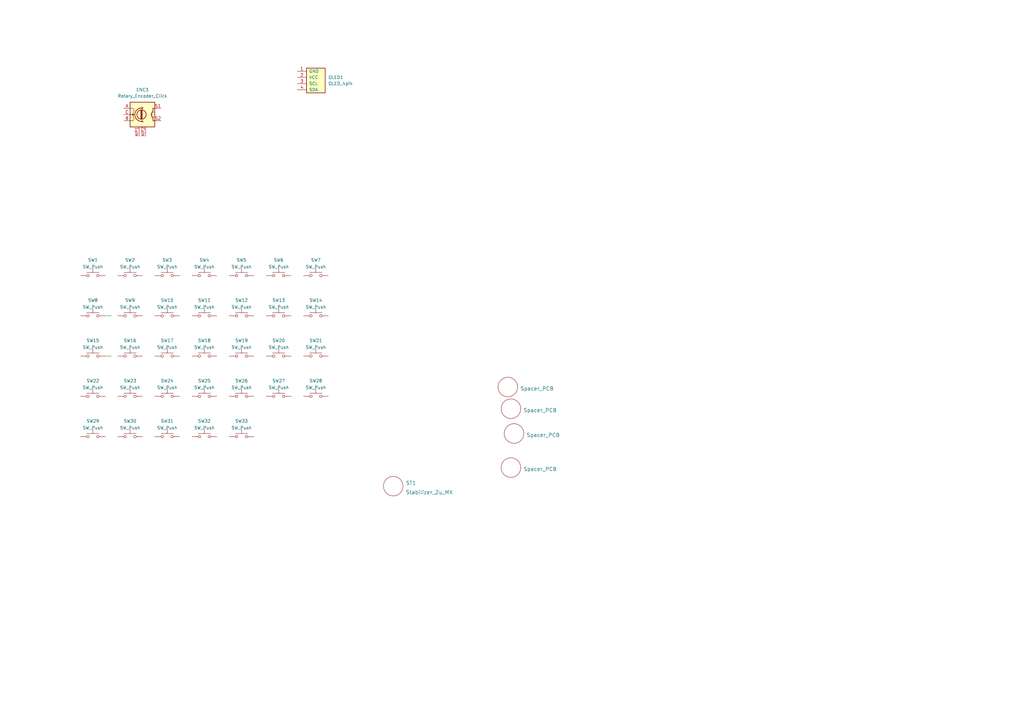
<source format=kicad_sch>
(kicad_sch (version 20230121) (generator eeschema)
  (paper "A3")
  (title_block (title "RefleXion X65 - Front Plate") (date "2024-02-09") (rev "v1.10") (company "Tweety's Wild Thinking") (comment 1 "Design: Markus Knutsson <markus.knutsson@tweety.se>") (comment 2 "Concept: Pedro Quaresma <pq@live.ie>") (comment 3 "https://github.com/TweetyDaBird") (comment 4 "Licensed under Creative Commons BY-SA 4.0 International"))
  (lib_symbols
    (symbol "Keyboard Common:OLED_4pin" (pin_names (offset 1.016))
      (property "Reference" "OLED" (at 0 5.08 0))
      (property "Value" "OLED_4pin" (at 0 -7.62 0))
      (symbol "OLED_4pin_1_1"
        (rectangle (start -1.27 3.81) (end 6.35 -6.35) (stroke (width 0.254)) (fill (type background)))
        (pin passive line (at -5.08 2.54 0) (length 3.81) (name "GND") (number "1"))
        (pin passive line (at -5.08 0 0) (length 3.81) (name "VCC") (number "2"))
        (pin passive line (at -5.08 -2.54 0) (length 3.81) (name "SCL") (number "3"))
        (pin passive line (at -5.08 -5.08 0) (length 3.81) (name "SDA") (number "4"))
      )
    )
    (symbol "Keyboard Switches:Rotary_Encoder_Click" (pin_names (offset 0.254) hide)
      (property "Reference" "ENC" (at 0 6.604 0))
      (property "Value" "Rotary_Encoder_Click" (at 0 8.89 0))
      (symbol "Rotary_Encoder_Click_0_1"
        (rectangle (start -5.08 5.08) (end 5.08 -5.08) (stroke (width 0.254)) (fill (type background)))
        (circle (center -3.81 0) (radius 0.254) (fill (type outline)))
        (circle (center -0.381 0) (radius 1.905) (stroke (width 0.254)))
        (arc (start -0.381 2.667) (mid -3.0988 -0.0635) (end -0.381 -2.794) (stroke (width 0.254)))
        (polyline (pts (xy -0.635 -1.778) (xy -0.635 1.778)) (stroke (width 0.254)))
        (polyline (pts (xy -0.381 -1.778) (xy -0.381 1.778)) (stroke (width 0.254)))
        (polyline (pts (xy -0.127 1.778) (xy -0.127 -1.778)) (stroke (width 0.254)))
        (polyline (pts (xy 3.81 0) (xy 3.429 0)) (stroke (width 0.254)))
        (polyline (pts (xy 3.81 1.016) (xy 3.81 -1.016)) (stroke (width 0.254)))
        (polyline (pts (xy -5.08 -2.54) (xy -3.81 -2.54) (xy -3.81 -2.032)))
        (polyline (pts (xy -5.08 2.54) (xy -3.81 2.54) (xy -3.81 2.032)))
        (polyline (pts (xy 0.254 -3.048) (xy -0.508 -2.794) (xy 0.127 -2.413)) (stroke (width 0.254)))
        (polyline (pts (xy 0.254 2.921) (xy -0.508 2.667) (xy 0.127 2.286)) (stroke (width 0.254)))
        (polyline (pts (xy 5.08 -2.54) (xy 4.318 -2.54) (xy 4.318 -1.016)) (stroke (width 0.254)))
        (polyline (pts (xy 5.08 2.54) (xy 4.318 2.54) (xy 4.318 1.016)) (stroke (width 0.254)))
        (polyline (pts (xy -5.08 0) (xy -3.81 0) (xy -3.81 -1.016) (xy -3.302 -2.032)))
        (polyline (pts (xy -4.318 0) (xy -3.81 0) (xy -3.81 1.016) (xy -3.302 2.032)))
        (circle (center 4.318 -1.016) (radius 0.127) (stroke (width 0.254)))
        (circle (center 4.318 1.016) (radius 0.127) (stroke (width 0.254)))
      )
      (symbol "Rotary_Encoder_Click_1_1"
        (pin passive line (at -7.62 2.54 0) (length 2.54) (name "A") (number "A"))
        (pin passive line (at -7.62 -2.54 0) (length 2.54) (name "B") (number "B"))
        (pin passive line (at -7.62 0 0) (length 2.54) (name "C") (number "C"))
        (pin power_in line (at -1.27 -8.89 90) (length 3.7084) (name "GND") (number "MP1"))
        (pin power_in line (at 1.27 -8.89 90) (length 3.7592) (name "GND") (number "MP2"))
        (pin passive line (at 7.62 2.54 180) (length 2.54) (name "S1") (number "S1"))
        (pin passive line (at 7.62 -2.54 180) (length 2.54) (name "S2") (number "S2"))
      )
    )
    (symbol "Keyboard Switches:SW_MX_HotSwap_Reversible" (pin_numbers hide) (pin_names (offset 1.016) hide)
      (property "Reference" "SW" (at 1.27 2.54 0))
      (property "Value" "SW_MX_HotSwap_Reversible" (at 0 -1.524 0))
      (symbol "SW_MX_HotSwap_Reversible_0_1"
        (circle (center -2.032 0) (radius 0.508))
        (polyline (pts (xy 0 1.27) (xy 0 3.048)))
        (polyline (pts (xy 2.54 1.27) (xy -2.54 1.27)))
        (circle (center 2.032 0) (radius 0.508))
        (pin passive line (at -5.08 0 0) (length 2.54) (name "1") (number "1"))
        (pin passive line (at 5.08 0 180) (length 2.54) (name "2") (number "2"))
      )
    )
    (symbol "Keyboard Switches:Stabilizer_2u_MX" (pin_names (offset 1.016))
      (property "Reference" "ST1" (at 0 -1.27 0))
      (property "Value" "Stabilizer_2u_MX" (at 0 1.27 0))
      (symbol "Stabilizer_2u_MX_0_1"
        (circle (center 0 0) (radius 4.0132))
      )
    )
    (symbol "Keyboard_Plate:Spacer_PCB" (pin_names (offset 1.016))
      (property "Value" "Spacer_PCB" (at 0 1.27 0))
      (symbol "Spacer_PCB_0_1"
        (circle (center 0 0) (radius 4.0132))
      )
    )
  )
  (wire (pts (xy 43.18 146.05) (xy 45.72 146.05)))
  (wire (pts (xy 43.18 129.54) (xy 45.72 129.54)))
  (symbol (lib_id "Keyboard Switches:SW_MX_HotSwap_Reversible") (at 83.82 162.56 0) (unit 1)
    (property "Reference" "SW25" (at 83.82 156.1805 0))
    (property "Value" "SW_Push" (at 83.82 158.9556 0))
    (property "Footprint" "Keyboard_Plate:SW_MX_Plate_Placeholder_nodrill" (effects hide))
  )
  (symbol (lib_id "Keyboard Common:OLED_4pin") (at 127 31.75 0) (unit 1)
    (property "Reference" "OLED1" (at 134.62 31.7499 0) (effects (justify left)))
    (property "Value" "OLED_4pin" (at 134.62 34.2899 0) (effects (justify left)))
    (property "Footprint" "Keyboard_Plate:OLED Placeholder" (effects hide))
  )
  (symbol (lib_id "Keyboard Switches:SW_MX_HotSwap_Reversible") (at 53.34 146.05 0) (unit 1)
    (property "Reference" "SW16" (at 53.34 139.6705 0))
    (property "Value" "SW_Push" (at 53.34 142.4456 0))
    (property "Footprint" "Keyboard_Plate:SW_MX_Plate_Placeholder_nodrill" (effects hide))
  )
  (symbol (lib_id "Keyboard Switches:Stabilizer_2u_MX") (at 161.29 199.39 0) (unit 1)
    (property "Reference" "ST1" (at 166.37 198.12 0) (effects (font (size 1.524 1.524)) (justify left)))
    (property "Value" "Stabilizer_2u_MX" (at 166.37 201.93 0) (effects (font (size 1.524 1.524)) (justify left)))
    (property "Footprint" "Keyboard_Plate:Stabilizer_Plate_2_to_1" (effects hide))
  )
  (symbol (lib_id "Keyboard Switches:SW_MX_HotSwap_Reversible") (at 68.58 162.56 0) (unit 1)
    (property "Reference" "SW24" (at 68.58 156.1805 0))
    (property "Value" "SW_Push" (at 68.58 158.9556 0))
    (property "Footprint" "Keyboard_Plate:SW_MX_Plate_Placeholder_nodrill" (effects hide))
  )
  (symbol (lib_id "Keyboard Switches:Rotary_Encoder_Click") (at 58.42 46.99 0) (unit 1)
    (property "Reference" "ENC3" (at 58.42 36.83 0))
    (property "Value" "Rotary_Encoder_Click" (at 58.42 39.37 0))
    (property "Footprint" "Keyboard Encoders:Encoder_Plate_Placeholder_nodrill" (effects hide))
  )
  (symbol (lib_id "Keyboard Switches:SW_MX_HotSwap_Reversible") (at 129.54 162.56 0) (unit 1)
    (property "Reference" "SW28" (at 129.54 156.1805 0))
    (property "Value" "SW_Push" (at 129.54 158.9556 0))
    (property "Footprint" "Keyboard_Plate:SW_MX_Plate_Placeholder_nodrill" (effects hide))
  )
  (symbol (lib_id "Keyboard Switches:SW_MX_HotSwap_Reversible") (at 114.3 146.05 0) (unit 1)
    (property "Reference" "SW20" (at 114.3 139.6705 0))
    (property "Value" "SW_Push" (at 114.3 142.4456 0))
    (property "Footprint" "Keyboard_Plate:SW_MX_Plate_Placeholder_nodrill" (effects hide))
  )
  (symbol (lib_id "Keyboard Switches:SW_MX_HotSwap_Reversible") (at 38.1 129.54 0) (unit 1)
    (property "Reference" "SW8" (at 38.1 123.1605 0))
    (property "Value" "SW_Push" (at 38.1 125.9356 0))
    (property "Footprint" "Keyboard_Plate:SW_MX_Plate_Placeholder_nodrill" (effects hide))
  )
  (symbol (lib_id "Keyboard Switches:SW_MX_HotSwap_Reversible") (at 38.1 146.05 0) (unit 1)
    (property "Reference" "SW15" (at 38.1 139.6705 0))
    (property "Value" "SW_Push" (at 38.1 142.4456 0))
    (property "Footprint" "Keyboard_Plate:SW_MX_Plate_Placeholder_nodrill" (effects hide))
  )
  (symbol (lib_id "Keyboard Switches:SW_MX_HotSwap_Reversible") (at 53.34 113.03 0) (unit 1)
    (property "Reference" "SW2" (at 53.34 106.6505 0))
    (property "Value" "SW_Push" (at 53.34 109.4256 0))
    (property "Footprint" "Keyboard_Plate:SW_MX_Plate_Placeholder_nodrill" (effects hide))
  )
  (symbol (lib_id "Keyboard Switches:SW_MX_HotSwap_Reversible") (at 83.82 129.54 0) (unit 1)
    (property "Reference" "SW11" (at 83.82 123.1605 0))
    (property "Value" "SW_Push" (at 83.82 125.9356 0))
    (property "Footprint" "Keyboard_Plate:SW_MX_Plate_Placeholder_nodrill" (effects hide))
  )
  (symbol (lib_id "Keyboard_Plate:Spacer_PCB") (at 209.55 191.77 0) (unit 1)
    (property "Reference" "H1" (effects hide))
    (property "Value" "Spacer_PCB" (at 214.63 192.405 0) (effects (font (size 1.524 1.524)) (justify left)))
    (property "Footprint" "Keyboard_Plate:Spacer Plate hole" (effects hide))
  )
  (symbol (lib_id "Keyboard Switches:SW_MX_HotSwap_Reversible") (at 68.58 179.07 0) (unit 1)
    (property "Reference" "SW31" (at 68.58 172.6905 0))
    (property "Value" "SW_Push" (at 68.58 175.4656 0))
    (property "Footprint" "Keyboard_Plate:SW_MX_Plate_Placeholder_nodrill" (effects hide))
  )
  (symbol (lib_id "Keyboard_Plate:Spacer_PCB") (at 208.28 158.75 0) (unit 1)
    (property "Reference" "H2" (effects hide))
    (property "Value" "Spacer_PCB" (at 213.36 159.385 0) (effects (font (size 1.524 1.524)) (justify left)))
    (property "Footprint" "Keyboard_Plate:Spacer Plate hole" (effects hide))
  )
  (symbol (lib_id "Keyboard Switches:SW_MX_HotSwap_Reversible") (at 53.34 179.07 0) (unit 1)
    (property "Reference" "SW30" (at 53.34 172.6905 0))
    (property "Value" "SW_Push" (at 53.34 175.4656 0))
    (property "Footprint" "Keyboard_Plate:SW_MX_Plate_Placeholder_nodrill" (effects hide))
  )
  (symbol (lib_id "Keyboard Switches:SW_MX_HotSwap_Reversible") (at 99.06 129.54 0) (unit 1)
    (property "Reference" "SW12" (at 99.06 123.1605 0))
    (property "Value" "SW_Push" (at 99.06 125.9356 0))
    (property "Footprint" "Keyboard_Plate:SW_MX_Plate_Placeholder_nodrill" (effects hide))
  )
  (symbol (lib_id "Keyboard Switches:SW_MX_HotSwap_Reversible") (at 83.82 179.07 0) (unit 1)
    (property "Reference" "SW32" (at 83.82 172.6905 0))
    (property "Value" "SW_Push" (at 83.82 175.4656 0))
    (property "Footprint" "Keyboard_Plate:SW_MX_Plate_Placeholder_nodrill" (effects hide))
  )
  (symbol (lib_id "Keyboard Switches:SW_MX_HotSwap_Reversible") (at 68.58 129.54 0) (unit 1)
    (property "Reference" "SW10" (at 68.58 123.1605 0))
    (property "Value" "SW_Push" (at 68.58 125.9356 0))
    (property "Footprint" "Keyboard_Plate:SW_MX_Plate_Placeholder_nodrill" (effects hide))
  )
  (symbol (lib_id "Keyboard_Plate:Spacer_PCB") (at 209.55 167.64 0) (unit 1)
    (property "Reference" "H3" (effects hide))
    (property "Value" "Spacer_PCB" (at 214.63 168.275 0) (effects (font (size 1.524 1.524)) (justify left)))
    (property "Footprint" "Keyboard_Plate:Spacer Plate hole" (effects hide))
  )
  (symbol (lib_id "Keyboard Switches:SW_MX_HotSwap_Reversible") (at 114.3 162.56 0) (unit 1)
    (property "Reference" "SW27" (at 114.3 156.1805 0))
    (property "Value" "SW_Push" (at 114.3 158.9556 0))
    (property "Footprint" "Keyboard_Plate:SW_MX_Plate_Placeholder_nodrill" (effects hide))
  )
  (symbol (lib_id "Keyboard Switches:SW_MX_HotSwap_Reversible") (at 83.82 113.03 0) (unit 1)
    (property "Reference" "SW4" (at 83.82 106.6505 0))
    (property "Value" "SW_Push" (at 83.82 109.4256 0))
    (property "Footprint" "Keyboard_Plate:SW_MX_Plate_Placeholder_nodrill" (effects hide))
  )
  (symbol (lib_id "Keyboard Switches:SW_MX_HotSwap_Reversible") (at 99.06 146.05 0) (unit 1)
    (property "Reference" "SW19" (at 99.06 139.6705 0))
    (property "Value" "SW_Push" (at 99.06 142.4456 0))
    (property "Footprint" "Keyboard_Plate:SW_MX_Plate_Placeholder_nodrill" (effects hide))
  )
  (symbol (lib_id "Keyboard Switches:SW_MX_HotSwap_Reversible") (at 129.54 113.03 0) (unit 1)
    (property "Reference" "SW7" (at 129.54 106.6505 0))
    (property "Value" "SW_Push" (at 129.54 109.4256 0))
    (property "Footprint" "Keyboard_Plate:SW_MX_Plate_Placeholder_nodrill" (effects hide))
  )
  (symbol (lib_id "Keyboard Switches:SW_MX_HotSwap_Reversible") (at 114.3 129.54 0) (unit 1)
    (property "Reference" "SW13" (at 114.3 123.1605 0))
    (property "Value" "SW_Push" (at 114.3 125.9356 0))
    (property "Footprint" "Keyboard_Plate:SW_MX_Plate_Placeholder_nodrill" (effects hide))
  )
  (symbol (lib_id "Keyboard Switches:SW_MX_HotSwap_Reversible") (at 53.34 162.56 0) (unit 1)
    (property "Reference" "SW23" (at 53.34 156.1805 0))
    (property "Value" "SW_Push" (at 53.34 158.9556 0))
    (property "Footprint" "Keyboard_Plate:SW_MX_Plate_Placeholder_nodrill" (effects hide))
  )
  (symbol (lib_id "Keyboard Switches:SW_MX_HotSwap_Reversible") (at 53.34 129.54 0) (unit 1)
    (property "Reference" "SW9" (at 53.34 123.1605 0))
    (property "Value" "SW_Push" (at 53.34 125.9356 0))
    (property "Footprint" "Keyboard_Plate:SW_MX_Plate_Placeholder_nodrill" (effects hide))
  )
  (symbol (lib_id "Keyboard Switches:SW_MX_HotSwap_Reversible") (at 83.82 146.05 0) (unit 1)
    (property "Reference" "SW18" (at 83.82 139.6705 0))
    (property "Value" "SW_Push" (at 83.82 142.4456 0))
    (property "Footprint" "Keyboard_Plate:SW_MX_Plate_Placeholder_nodrill" (effects hide))
  )
  (symbol (lib_id "Keyboard Switches:SW_MX_HotSwap_Reversible") (at 99.06 179.07 0) (unit 1)
    (property "Reference" "SW33" (at 99.06 172.6905 0))
    (property "Value" "SW_Push" (at 99.06 175.4656 0))
    (property "Footprint" "Keyboard_Plate:SW_MX_Plate_Placeholder_nodrill" (effects hide))
  )
  (symbol (lib_id "Keyboard_Plate:Spacer_PCB") (at 210.82 177.8 0) (unit 1)
    (property "Reference" "H4" (effects hide))
    (property "Value" "Spacer_PCB" (at 215.9 178.435 0) (effects (font (size 1.524 1.524)) (justify left)))
    (property "Footprint" "Keyboard_Plate:Spacer Plate hole" (effects hide))
  )
  (symbol (lib_id "Keyboard Switches:SW_MX_HotSwap_Reversible") (at 38.1 179.07 0) (unit 1)
    (property "Reference" "SW29" (at 38.1 172.6905 0))
    (property "Value" "SW_Push" (at 38.1 175.4656 0))
    (property "Footprint" "Keyboard_Plate:SW_MX_Plate_Placeholder_nodrill" (effects hide))
  )
  (symbol (lib_id "Keyboard Switches:SW_MX_HotSwap_Reversible") (at 68.58 146.05 0) (unit 1)
    (property "Reference" "SW17" (at 68.58 139.6705 0))
    (property "Value" "SW_Push" (at 68.58 142.4456 0))
    (property "Footprint" "Keyboard_Plate:SW_MX_Plate_Placeholder_nodrill" (effects hide))
  )
  (symbol (lib_id "Keyboard Switches:SW_MX_HotSwap_Reversible") (at 99.06 113.03 0) (unit 1)
    (property "Reference" "SW5" (at 99.06 106.6505 0))
    (property "Value" "SW_Push" (at 99.06 109.4256 0))
    (property "Footprint" "Keyboard_Plate:SW_MX_Plate_Placeholder_nodrill" (effects hide))
  )
  (symbol (lib_id "Keyboard Switches:SW_MX_HotSwap_Reversible") (at 68.58 113.03 0) (unit 1)
    (property "Reference" "SW3" (at 68.58 106.6505 0))
    (property "Value" "SW_Push" (at 68.58 109.4256 0))
    (property "Footprint" "Keyboard_Plate:SW_MX_Plate_Placeholder_nodrill" (effects hide))
  )
  (symbol (lib_id "Keyboard Switches:SW_MX_HotSwap_Reversible") (at 38.1 113.03 0) (unit 1)
    (property "Reference" "SW1" (at 38.1 106.6505 0))
    (property "Value" "SW_Push" (at 38.1 109.4256 0))
    (property "Footprint" "Keyboard_Plate:SW_MX_Plate_Placeholder_nodrill" (effects hide))
  )
  (symbol (lib_id "Keyboard Switches:SW_MX_HotSwap_Reversible") (at 114.3 113.03 0) (unit 1)
    (property "Reference" "SW6" (at 114.3 106.6505 0))
    (property "Value" "SW_Push" (at 114.3 109.4256 0))
    (property "Footprint" "Keyboard_Plate:SW_MX_Plate_Placeholder_nodrill" (effects hide))
  )
  (symbol (lib_id "Keyboard Switches:SW_MX_HotSwap_Reversible") (at 129.54 129.54 0) (unit 1)
    (property "Reference" "SW14" (at 129.54 123.1605 0))
    (property "Value" "SW_Push" (at 129.54 125.9356 0))
    (property "Footprint" "Keyboard_Plate:SW_MX_Plate_Placeholder_nodrill" (effects hide))
  )
  (symbol (lib_id "Keyboard Switches:SW_MX_HotSwap_Reversible") (at 99.06 162.56 0) (unit 1)
    (property "Reference" "SW26" (at 99.06 156.1805 0))
    (property "Value" "SW_Push" (at 99.06 158.9556 0))
    (property "Footprint" "Keyboard_Plate:SW_MX_Plate_Placeholder_nodrill" (effects hide))
  )
  (symbol (lib_id "Keyboard Switches:SW_MX_HotSwap_Reversible") (at 38.1 162.56 0) (unit 1)
    (property "Reference" "SW22" (at 38.1 156.1805 0))
    (property "Value" "SW_Push" (at 38.1 158.9556 0))
    (property "Footprint" "Keyboard_Plate:SW_MX_Plate_Placeholder_nodrill" (effects hide))
  )
  (symbol (lib_id "Keyboard Switches:SW_MX_HotSwap_Reversible") (at 129.54 146.05 0) (unit 1)
    (property "Reference" "SW21" (at 129.54 139.6705 0))
    (property "Value" "SW_Push" (at 129.54 142.4456 0))
    (property "Footprint" "Keyboard_Plate:SW_MX_Plate_Placeholder_nodrill" (effects hide))
  )
)
</source>
